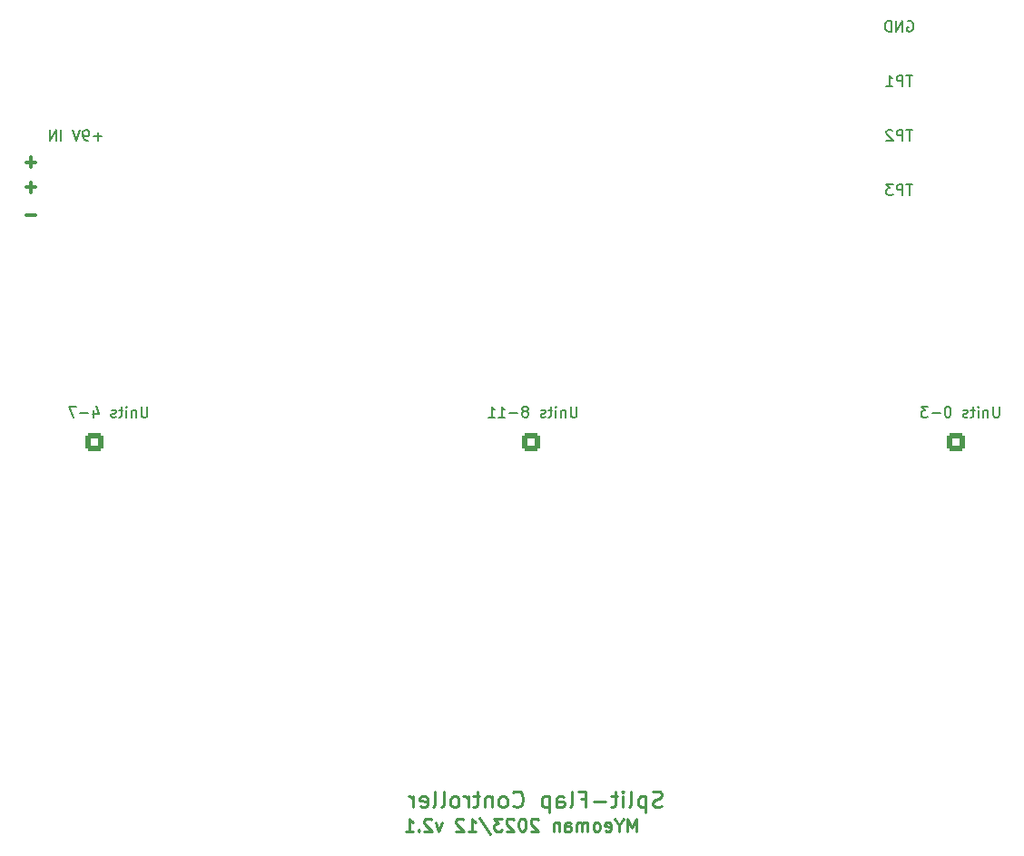
<source format=gbr>
%TF.GenerationSoftware,KiCad,Pcbnew,8.0.0*%
%TF.CreationDate,2024-03-11T16:40:43+11:00*%
%TF.ProjectId,split-flap,73706c69-742d-4666-9c61-702e6b696361,rev?*%
%TF.SameCoordinates,Original*%
%TF.FileFunction,Legend,Bot*%
%TF.FilePolarity,Positive*%
%FSLAX46Y46*%
G04 Gerber Fmt 4.6, Leading zero omitted, Abs format (unit mm)*
G04 Created by KiCad (PCBNEW 8.0.0) date 2024-03-11 16:40:43*
%MOMM*%
%LPD*%
G01*
G04 APERTURE LIST*
G04 Aperture macros list*
%AMRoundRect*
0 Rectangle with rounded corners*
0 $1 Rounding radius*
0 $2 $3 $4 $5 $6 $7 $8 $9 X,Y pos of 4 corners*
0 Add a 4 corners polygon primitive as box body*
4,1,4,$2,$3,$4,$5,$6,$7,$8,$9,$2,$3,0*
0 Add four circle primitives for the rounded corners*
1,1,$1+$1,$2,$3*
1,1,$1+$1,$4,$5*
1,1,$1+$1,$6,$7*
1,1,$1+$1,$8,$9*
0 Add four rect primitives between the rounded corners*
20,1,$1+$1,$2,$3,$4,$5,0*
20,1,$1+$1,$4,$5,$6,$7,0*
20,1,$1+$1,$6,$7,$8,$9,0*
20,1,$1+$1,$8,$9,$2,$3,0*%
G04 Aperture macros list end*
%ADD10C,0.300000*%
%ADD11C,0.250000*%
%ADD12C,0.150000*%
%ADD13C,1.600000*%
%ADD14O,1.600000X1.600000*%
%ADD15R,1.700000X1.700000*%
%ADD16O,1.700000X1.700000*%
%ADD17C,6.400000*%
%ADD18RoundRect,0.250000X-0.600000X-0.600000X0.600000X-0.600000X0.600000X0.600000X-0.600000X0.600000X0*%
%ADD19C,1.700000*%
%ADD20R,2.100000X2.100000*%
%ADD21C,2.100000*%
%ADD22R,2.000000X1.200000*%
%ADD23O,2.000000X1.200000*%
%ADD24R,1.600000X1.600000*%
%ADD25C,2.020000*%
%ADD26R,2.000000X2.000000*%
%ADD27C,2.000000*%
G04 APERTURE END LIST*
D10*
X110731917Y-69655400D02*
X109817632Y-69655400D01*
X110731917Y-67055400D02*
X109817632Y-67055400D01*
X110274774Y-67512542D02*
X110274774Y-66598257D01*
D11*
X166724812Y-127115142D02*
X166724812Y-125915142D01*
X166724812Y-125915142D02*
X166324812Y-126772285D01*
X166324812Y-126772285D02*
X165924812Y-125915142D01*
X165924812Y-125915142D02*
X165924812Y-127115142D01*
X165124812Y-126543714D02*
X165124812Y-127115142D01*
X165524812Y-125915142D02*
X165124812Y-126543714D01*
X165124812Y-126543714D02*
X164724812Y-125915142D01*
X163867669Y-127058000D02*
X163981955Y-127115142D01*
X163981955Y-127115142D02*
X164210527Y-127115142D01*
X164210527Y-127115142D02*
X164324812Y-127058000D01*
X164324812Y-127058000D02*
X164381955Y-126943714D01*
X164381955Y-126943714D02*
X164381955Y-126486571D01*
X164381955Y-126486571D02*
X164324812Y-126372285D01*
X164324812Y-126372285D02*
X164210527Y-126315142D01*
X164210527Y-126315142D02*
X163981955Y-126315142D01*
X163981955Y-126315142D02*
X163867669Y-126372285D01*
X163867669Y-126372285D02*
X163810527Y-126486571D01*
X163810527Y-126486571D02*
X163810527Y-126600857D01*
X163810527Y-126600857D02*
X164381955Y-126715142D01*
X163124813Y-127115142D02*
X163239098Y-127058000D01*
X163239098Y-127058000D02*
X163296241Y-127000857D01*
X163296241Y-127000857D02*
X163353384Y-126886571D01*
X163353384Y-126886571D02*
X163353384Y-126543714D01*
X163353384Y-126543714D02*
X163296241Y-126429428D01*
X163296241Y-126429428D02*
X163239098Y-126372285D01*
X163239098Y-126372285D02*
X163124813Y-126315142D01*
X163124813Y-126315142D02*
X162953384Y-126315142D01*
X162953384Y-126315142D02*
X162839098Y-126372285D01*
X162839098Y-126372285D02*
X162781956Y-126429428D01*
X162781956Y-126429428D02*
X162724813Y-126543714D01*
X162724813Y-126543714D02*
X162724813Y-126886571D01*
X162724813Y-126886571D02*
X162781956Y-127000857D01*
X162781956Y-127000857D02*
X162839098Y-127058000D01*
X162839098Y-127058000D02*
X162953384Y-127115142D01*
X162953384Y-127115142D02*
X163124813Y-127115142D01*
X162210527Y-127115142D02*
X162210527Y-126315142D01*
X162210527Y-126429428D02*
X162153384Y-126372285D01*
X162153384Y-126372285D02*
X162039099Y-126315142D01*
X162039099Y-126315142D02*
X161867670Y-126315142D01*
X161867670Y-126315142D02*
X161753384Y-126372285D01*
X161753384Y-126372285D02*
X161696242Y-126486571D01*
X161696242Y-126486571D02*
X161696242Y-127115142D01*
X161696242Y-126486571D02*
X161639099Y-126372285D01*
X161639099Y-126372285D02*
X161524813Y-126315142D01*
X161524813Y-126315142D02*
X161353384Y-126315142D01*
X161353384Y-126315142D02*
X161239099Y-126372285D01*
X161239099Y-126372285D02*
X161181956Y-126486571D01*
X161181956Y-126486571D02*
X161181956Y-127115142D01*
X160096242Y-127115142D02*
X160096242Y-126486571D01*
X160096242Y-126486571D02*
X160153384Y-126372285D01*
X160153384Y-126372285D02*
X160267670Y-126315142D01*
X160267670Y-126315142D02*
X160496242Y-126315142D01*
X160496242Y-126315142D02*
X160610527Y-126372285D01*
X160096242Y-127058000D02*
X160210527Y-127115142D01*
X160210527Y-127115142D02*
X160496242Y-127115142D01*
X160496242Y-127115142D02*
X160610527Y-127058000D01*
X160610527Y-127058000D02*
X160667670Y-126943714D01*
X160667670Y-126943714D02*
X160667670Y-126829428D01*
X160667670Y-126829428D02*
X160610527Y-126715142D01*
X160610527Y-126715142D02*
X160496242Y-126658000D01*
X160496242Y-126658000D02*
X160210527Y-126658000D01*
X160210527Y-126658000D02*
X160096242Y-126600857D01*
X159524813Y-126315142D02*
X159524813Y-127115142D01*
X159524813Y-126429428D02*
X159467670Y-126372285D01*
X159467670Y-126372285D02*
X159353385Y-126315142D01*
X159353385Y-126315142D02*
X159181956Y-126315142D01*
X159181956Y-126315142D02*
X159067670Y-126372285D01*
X159067670Y-126372285D02*
X159010528Y-126486571D01*
X159010528Y-126486571D02*
X159010528Y-127115142D01*
X157581956Y-126029428D02*
X157524813Y-125972285D01*
X157524813Y-125972285D02*
X157410528Y-125915142D01*
X157410528Y-125915142D02*
X157124813Y-125915142D01*
X157124813Y-125915142D02*
X157010528Y-125972285D01*
X157010528Y-125972285D02*
X156953385Y-126029428D01*
X156953385Y-126029428D02*
X156896242Y-126143714D01*
X156896242Y-126143714D02*
X156896242Y-126258000D01*
X156896242Y-126258000D02*
X156953385Y-126429428D01*
X156953385Y-126429428D02*
X157639099Y-127115142D01*
X157639099Y-127115142D02*
X156896242Y-127115142D01*
X156153385Y-125915142D02*
X156039099Y-125915142D01*
X156039099Y-125915142D02*
X155924813Y-125972285D01*
X155924813Y-125972285D02*
X155867671Y-126029428D01*
X155867671Y-126029428D02*
X155810528Y-126143714D01*
X155810528Y-126143714D02*
X155753385Y-126372285D01*
X155753385Y-126372285D02*
X155753385Y-126658000D01*
X155753385Y-126658000D02*
X155810528Y-126886571D01*
X155810528Y-126886571D02*
X155867671Y-127000857D01*
X155867671Y-127000857D02*
X155924813Y-127058000D01*
X155924813Y-127058000D02*
X156039099Y-127115142D01*
X156039099Y-127115142D02*
X156153385Y-127115142D01*
X156153385Y-127115142D02*
X156267671Y-127058000D01*
X156267671Y-127058000D02*
X156324813Y-127000857D01*
X156324813Y-127000857D02*
X156381956Y-126886571D01*
X156381956Y-126886571D02*
X156439099Y-126658000D01*
X156439099Y-126658000D02*
X156439099Y-126372285D01*
X156439099Y-126372285D02*
X156381956Y-126143714D01*
X156381956Y-126143714D02*
X156324813Y-126029428D01*
X156324813Y-126029428D02*
X156267671Y-125972285D01*
X156267671Y-125972285D02*
X156153385Y-125915142D01*
X155296242Y-126029428D02*
X155239099Y-125972285D01*
X155239099Y-125972285D02*
X155124814Y-125915142D01*
X155124814Y-125915142D02*
X154839099Y-125915142D01*
X154839099Y-125915142D02*
X154724814Y-125972285D01*
X154724814Y-125972285D02*
X154667671Y-126029428D01*
X154667671Y-126029428D02*
X154610528Y-126143714D01*
X154610528Y-126143714D02*
X154610528Y-126258000D01*
X154610528Y-126258000D02*
X154667671Y-126429428D01*
X154667671Y-126429428D02*
X155353385Y-127115142D01*
X155353385Y-127115142D02*
X154610528Y-127115142D01*
X154210528Y-125915142D02*
X153467671Y-125915142D01*
X153467671Y-125915142D02*
X153867671Y-126372285D01*
X153867671Y-126372285D02*
X153696242Y-126372285D01*
X153696242Y-126372285D02*
X153581957Y-126429428D01*
X153581957Y-126429428D02*
X153524814Y-126486571D01*
X153524814Y-126486571D02*
X153467671Y-126600857D01*
X153467671Y-126600857D02*
X153467671Y-126886571D01*
X153467671Y-126886571D02*
X153524814Y-127000857D01*
X153524814Y-127000857D02*
X153581957Y-127058000D01*
X153581957Y-127058000D02*
X153696242Y-127115142D01*
X153696242Y-127115142D02*
X154039099Y-127115142D01*
X154039099Y-127115142D02*
X154153385Y-127058000D01*
X154153385Y-127058000D02*
X154210528Y-127000857D01*
X152096242Y-125858000D02*
X153124814Y-127400857D01*
X151067671Y-127115142D02*
X151753385Y-127115142D01*
X151410528Y-127115142D02*
X151410528Y-125915142D01*
X151410528Y-125915142D02*
X151524814Y-126086571D01*
X151524814Y-126086571D02*
X151639099Y-126200857D01*
X151639099Y-126200857D02*
X151753385Y-126258000D01*
X150610528Y-126029428D02*
X150553385Y-125972285D01*
X150553385Y-125972285D02*
X150439100Y-125915142D01*
X150439100Y-125915142D02*
X150153385Y-125915142D01*
X150153385Y-125915142D02*
X150039100Y-125972285D01*
X150039100Y-125972285D02*
X149981957Y-126029428D01*
X149981957Y-126029428D02*
X149924814Y-126143714D01*
X149924814Y-126143714D02*
X149924814Y-126258000D01*
X149924814Y-126258000D02*
X149981957Y-126429428D01*
X149981957Y-126429428D02*
X150667671Y-127115142D01*
X150667671Y-127115142D02*
X149924814Y-127115142D01*
X148610528Y-126315142D02*
X148324814Y-127115142D01*
X148324814Y-127115142D02*
X148039099Y-126315142D01*
X147639099Y-126029428D02*
X147581956Y-125972285D01*
X147581956Y-125972285D02*
X147467671Y-125915142D01*
X147467671Y-125915142D02*
X147181956Y-125915142D01*
X147181956Y-125915142D02*
X147067671Y-125972285D01*
X147067671Y-125972285D02*
X147010528Y-126029428D01*
X147010528Y-126029428D02*
X146953385Y-126143714D01*
X146953385Y-126143714D02*
X146953385Y-126258000D01*
X146953385Y-126258000D02*
X147010528Y-126429428D01*
X147010528Y-126429428D02*
X147696242Y-127115142D01*
X147696242Y-127115142D02*
X146953385Y-127115142D01*
X146439099Y-127000857D02*
X146381956Y-127058000D01*
X146381956Y-127058000D02*
X146439099Y-127115142D01*
X146439099Y-127115142D02*
X146496242Y-127058000D01*
X146496242Y-127058000D02*
X146439099Y-127000857D01*
X146439099Y-127000857D02*
X146439099Y-127115142D01*
X145239099Y-127115142D02*
X145924813Y-127115142D01*
X145581956Y-127115142D02*
X145581956Y-125915142D01*
X145581956Y-125915142D02*
X145696242Y-126086571D01*
X145696242Y-126086571D02*
X145810527Y-126200857D01*
X145810527Y-126200857D02*
X145924813Y-126258000D01*
D12*
X161195237Y-87504819D02*
X161195237Y-88314342D01*
X161195237Y-88314342D02*
X161147618Y-88409580D01*
X161147618Y-88409580D02*
X161099999Y-88457200D01*
X161099999Y-88457200D02*
X161004761Y-88504819D01*
X161004761Y-88504819D02*
X160814285Y-88504819D01*
X160814285Y-88504819D02*
X160719047Y-88457200D01*
X160719047Y-88457200D02*
X160671428Y-88409580D01*
X160671428Y-88409580D02*
X160623809Y-88314342D01*
X160623809Y-88314342D02*
X160623809Y-87504819D01*
X160147618Y-87838152D02*
X160147618Y-88504819D01*
X160147618Y-87933390D02*
X160099999Y-87885771D01*
X160099999Y-87885771D02*
X160004761Y-87838152D01*
X160004761Y-87838152D02*
X159861904Y-87838152D01*
X159861904Y-87838152D02*
X159766666Y-87885771D01*
X159766666Y-87885771D02*
X159719047Y-87981009D01*
X159719047Y-87981009D02*
X159719047Y-88504819D01*
X159242856Y-88504819D02*
X159242856Y-87838152D01*
X159242856Y-87504819D02*
X159290475Y-87552438D01*
X159290475Y-87552438D02*
X159242856Y-87600057D01*
X159242856Y-87600057D02*
X159195237Y-87552438D01*
X159195237Y-87552438D02*
X159242856Y-87504819D01*
X159242856Y-87504819D02*
X159242856Y-87600057D01*
X158909523Y-87838152D02*
X158528571Y-87838152D01*
X158766666Y-87504819D02*
X158766666Y-88361961D01*
X158766666Y-88361961D02*
X158719047Y-88457200D01*
X158719047Y-88457200D02*
X158623809Y-88504819D01*
X158623809Y-88504819D02*
X158528571Y-88504819D01*
X158242856Y-88457200D02*
X158147618Y-88504819D01*
X158147618Y-88504819D02*
X157957142Y-88504819D01*
X157957142Y-88504819D02*
X157861904Y-88457200D01*
X157861904Y-88457200D02*
X157814285Y-88361961D01*
X157814285Y-88361961D02*
X157814285Y-88314342D01*
X157814285Y-88314342D02*
X157861904Y-88219104D01*
X157861904Y-88219104D02*
X157957142Y-88171485D01*
X157957142Y-88171485D02*
X158099999Y-88171485D01*
X158099999Y-88171485D02*
X158195237Y-88123866D01*
X158195237Y-88123866D02*
X158242856Y-88028628D01*
X158242856Y-88028628D02*
X158242856Y-87981009D01*
X158242856Y-87981009D02*
X158195237Y-87885771D01*
X158195237Y-87885771D02*
X158099999Y-87838152D01*
X158099999Y-87838152D02*
X157957142Y-87838152D01*
X157957142Y-87838152D02*
X157861904Y-87885771D01*
X156480951Y-87933390D02*
X156576189Y-87885771D01*
X156576189Y-87885771D02*
X156623808Y-87838152D01*
X156623808Y-87838152D02*
X156671427Y-87742914D01*
X156671427Y-87742914D02*
X156671427Y-87695295D01*
X156671427Y-87695295D02*
X156623808Y-87600057D01*
X156623808Y-87600057D02*
X156576189Y-87552438D01*
X156576189Y-87552438D02*
X156480951Y-87504819D01*
X156480951Y-87504819D02*
X156290475Y-87504819D01*
X156290475Y-87504819D02*
X156195237Y-87552438D01*
X156195237Y-87552438D02*
X156147618Y-87600057D01*
X156147618Y-87600057D02*
X156099999Y-87695295D01*
X156099999Y-87695295D02*
X156099999Y-87742914D01*
X156099999Y-87742914D02*
X156147618Y-87838152D01*
X156147618Y-87838152D02*
X156195237Y-87885771D01*
X156195237Y-87885771D02*
X156290475Y-87933390D01*
X156290475Y-87933390D02*
X156480951Y-87933390D01*
X156480951Y-87933390D02*
X156576189Y-87981009D01*
X156576189Y-87981009D02*
X156623808Y-88028628D01*
X156623808Y-88028628D02*
X156671427Y-88123866D01*
X156671427Y-88123866D02*
X156671427Y-88314342D01*
X156671427Y-88314342D02*
X156623808Y-88409580D01*
X156623808Y-88409580D02*
X156576189Y-88457200D01*
X156576189Y-88457200D02*
X156480951Y-88504819D01*
X156480951Y-88504819D02*
X156290475Y-88504819D01*
X156290475Y-88504819D02*
X156195237Y-88457200D01*
X156195237Y-88457200D02*
X156147618Y-88409580D01*
X156147618Y-88409580D02*
X156099999Y-88314342D01*
X156099999Y-88314342D02*
X156099999Y-88123866D01*
X156099999Y-88123866D02*
X156147618Y-88028628D01*
X156147618Y-88028628D02*
X156195237Y-87981009D01*
X156195237Y-87981009D02*
X156290475Y-87933390D01*
X155671427Y-88123866D02*
X154909523Y-88123866D01*
X153909523Y-88504819D02*
X154480951Y-88504819D01*
X154195237Y-88504819D02*
X154195237Y-87504819D01*
X154195237Y-87504819D02*
X154290475Y-87647676D01*
X154290475Y-87647676D02*
X154385713Y-87742914D01*
X154385713Y-87742914D02*
X154480951Y-87790533D01*
X152957142Y-88504819D02*
X153528570Y-88504819D01*
X153242856Y-88504819D02*
X153242856Y-87504819D01*
X153242856Y-87504819D02*
X153338094Y-87647676D01*
X153338094Y-87647676D02*
X153433332Y-87742914D01*
X153433332Y-87742914D02*
X153528570Y-87790533D01*
X121144047Y-87504819D02*
X121144047Y-88314342D01*
X121144047Y-88314342D02*
X121096428Y-88409580D01*
X121096428Y-88409580D02*
X121048809Y-88457200D01*
X121048809Y-88457200D02*
X120953571Y-88504819D01*
X120953571Y-88504819D02*
X120763095Y-88504819D01*
X120763095Y-88504819D02*
X120667857Y-88457200D01*
X120667857Y-88457200D02*
X120620238Y-88409580D01*
X120620238Y-88409580D02*
X120572619Y-88314342D01*
X120572619Y-88314342D02*
X120572619Y-87504819D01*
X120096428Y-87838152D02*
X120096428Y-88504819D01*
X120096428Y-87933390D02*
X120048809Y-87885771D01*
X120048809Y-87885771D02*
X119953571Y-87838152D01*
X119953571Y-87838152D02*
X119810714Y-87838152D01*
X119810714Y-87838152D02*
X119715476Y-87885771D01*
X119715476Y-87885771D02*
X119667857Y-87981009D01*
X119667857Y-87981009D02*
X119667857Y-88504819D01*
X119191666Y-88504819D02*
X119191666Y-87838152D01*
X119191666Y-87504819D02*
X119239285Y-87552438D01*
X119239285Y-87552438D02*
X119191666Y-87600057D01*
X119191666Y-87600057D02*
X119144047Y-87552438D01*
X119144047Y-87552438D02*
X119191666Y-87504819D01*
X119191666Y-87504819D02*
X119191666Y-87600057D01*
X118858333Y-87838152D02*
X118477381Y-87838152D01*
X118715476Y-87504819D02*
X118715476Y-88361961D01*
X118715476Y-88361961D02*
X118667857Y-88457200D01*
X118667857Y-88457200D02*
X118572619Y-88504819D01*
X118572619Y-88504819D02*
X118477381Y-88504819D01*
X118191666Y-88457200D02*
X118096428Y-88504819D01*
X118096428Y-88504819D02*
X117905952Y-88504819D01*
X117905952Y-88504819D02*
X117810714Y-88457200D01*
X117810714Y-88457200D02*
X117763095Y-88361961D01*
X117763095Y-88361961D02*
X117763095Y-88314342D01*
X117763095Y-88314342D02*
X117810714Y-88219104D01*
X117810714Y-88219104D02*
X117905952Y-88171485D01*
X117905952Y-88171485D02*
X118048809Y-88171485D01*
X118048809Y-88171485D02*
X118144047Y-88123866D01*
X118144047Y-88123866D02*
X118191666Y-88028628D01*
X118191666Y-88028628D02*
X118191666Y-87981009D01*
X118191666Y-87981009D02*
X118144047Y-87885771D01*
X118144047Y-87885771D02*
X118048809Y-87838152D01*
X118048809Y-87838152D02*
X117905952Y-87838152D01*
X117905952Y-87838152D02*
X117810714Y-87885771D01*
X116144047Y-87838152D02*
X116144047Y-88504819D01*
X116382142Y-87457200D02*
X116620237Y-88171485D01*
X116620237Y-88171485D02*
X116001190Y-88171485D01*
X115620237Y-88123866D02*
X114858333Y-88123866D01*
X114477380Y-87504819D02*
X113810714Y-87504819D01*
X113810714Y-87504819D02*
X114239285Y-88504819D01*
X116893570Y-62323866D02*
X116131666Y-62323866D01*
X116512618Y-62704819D02*
X116512618Y-61942914D01*
X115607856Y-62704819D02*
X115417380Y-62704819D01*
X115417380Y-62704819D02*
X115322142Y-62657200D01*
X115322142Y-62657200D02*
X115274523Y-62609580D01*
X115274523Y-62609580D02*
X115179285Y-62466723D01*
X115179285Y-62466723D02*
X115131666Y-62276247D01*
X115131666Y-62276247D02*
X115131666Y-61895295D01*
X115131666Y-61895295D02*
X115179285Y-61800057D01*
X115179285Y-61800057D02*
X115226904Y-61752438D01*
X115226904Y-61752438D02*
X115322142Y-61704819D01*
X115322142Y-61704819D02*
X115512618Y-61704819D01*
X115512618Y-61704819D02*
X115607856Y-61752438D01*
X115607856Y-61752438D02*
X115655475Y-61800057D01*
X115655475Y-61800057D02*
X115703094Y-61895295D01*
X115703094Y-61895295D02*
X115703094Y-62133390D01*
X115703094Y-62133390D02*
X115655475Y-62228628D01*
X115655475Y-62228628D02*
X115607856Y-62276247D01*
X115607856Y-62276247D02*
X115512618Y-62323866D01*
X115512618Y-62323866D02*
X115322142Y-62323866D01*
X115322142Y-62323866D02*
X115226904Y-62276247D01*
X115226904Y-62276247D02*
X115179285Y-62228628D01*
X115179285Y-62228628D02*
X115131666Y-62133390D01*
X114845951Y-61704819D02*
X114512618Y-62704819D01*
X114512618Y-62704819D02*
X114179285Y-61704819D01*
X113084046Y-62704819D02*
X113084046Y-61704819D01*
X112607856Y-62704819D02*
X112607856Y-61704819D01*
X112607856Y-61704819D02*
X112036428Y-62704819D01*
X112036428Y-62704819D02*
X112036428Y-61704819D01*
D11*
X169113383Y-124807000D02*
X168899098Y-124878428D01*
X168899098Y-124878428D02*
X168541955Y-124878428D01*
X168541955Y-124878428D02*
X168399098Y-124807000D01*
X168399098Y-124807000D02*
X168327669Y-124735571D01*
X168327669Y-124735571D02*
X168256240Y-124592714D01*
X168256240Y-124592714D02*
X168256240Y-124449857D01*
X168256240Y-124449857D02*
X168327669Y-124307000D01*
X168327669Y-124307000D02*
X168399098Y-124235571D01*
X168399098Y-124235571D02*
X168541955Y-124164142D01*
X168541955Y-124164142D02*
X168827669Y-124092714D01*
X168827669Y-124092714D02*
X168970526Y-124021285D01*
X168970526Y-124021285D02*
X169041955Y-123949857D01*
X169041955Y-123949857D02*
X169113383Y-123807000D01*
X169113383Y-123807000D02*
X169113383Y-123664142D01*
X169113383Y-123664142D02*
X169041955Y-123521285D01*
X169041955Y-123521285D02*
X168970526Y-123449857D01*
X168970526Y-123449857D02*
X168827669Y-123378428D01*
X168827669Y-123378428D02*
X168470526Y-123378428D01*
X168470526Y-123378428D02*
X168256240Y-123449857D01*
X167613384Y-123878428D02*
X167613384Y-125378428D01*
X167613384Y-123949857D02*
X167470527Y-123878428D01*
X167470527Y-123878428D02*
X167184812Y-123878428D01*
X167184812Y-123878428D02*
X167041955Y-123949857D01*
X167041955Y-123949857D02*
X166970527Y-124021285D01*
X166970527Y-124021285D02*
X166899098Y-124164142D01*
X166899098Y-124164142D02*
X166899098Y-124592714D01*
X166899098Y-124592714D02*
X166970527Y-124735571D01*
X166970527Y-124735571D02*
X167041955Y-124807000D01*
X167041955Y-124807000D02*
X167184812Y-124878428D01*
X167184812Y-124878428D02*
X167470527Y-124878428D01*
X167470527Y-124878428D02*
X167613384Y-124807000D01*
X166041955Y-124878428D02*
X166184812Y-124807000D01*
X166184812Y-124807000D02*
X166256241Y-124664142D01*
X166256241Y-124664142D02*
X166256241Y-123378428D01*
X165470527Y-124878428D02*
X165470527Y-123878428D01*
X165470527Y-123378428D02*
X165541955Y-123449857D01*
X165541955Y-123449857D02*
X165470527Y-123521285D01*
X165470527Y-123521285D02*
X165399098Y-123449857D01*
X165399098Y-123449857D02*
X165470527Y-123378428D01*
X165470527Y-123378428D02*
X165470527Y-123521285D01*
X164970526Y-123878428D02*
X164399098Y-123878428D01*
X164756241Y-123378428D02*
X164756241Y-124664142D01*
X164756241Y-124664142D02*
X164684812Y-124807000D01*
X164684812Y-124807000D02*
X164541955Y-124878428D01*
X164541955Y-124878428D02*
X164399098Y-124878428D01*
X163899098Y-124307000D02*
X162756241Y-124307000D01*
X161541955Y-124092714D02*
X162041955Y-124092714D01*
X162041955Y-124878428D02*
X162041955Y-123378428D01*
X162041955Y-123378428D02*
X161327669Y-123378428D01*
X160541955Y-124878428D02*
X160684812Y-124807000D01*
X160684812Y-124807000D02*
X160756241Y-124664142D01*
X160756241Y-124664142D02*
X160756241Y-123378428D01*
X159327670Y-124878428D02*
X159327670Y-124092714D01*
X159327670Y-124092714D02*
X159399098Y-123949857D01*
X159399098Y-123949857D02*
X159541955Y-123878428D01*
X159541955Y-123878428D02*
X159827670Y-123878428D01*
X159827670Y-123878428D02*
X159970527Y-123949857D01*
X159327670Y-124807000D02*
X159470527Y-124878428D01*
X159470527Y-124878428D02*
X159827670Y-124878428D01*
X159827670Y-124878428D02*
X159970527Y-124807000D01*
X159970527Y-124807000D02*
X160041955Y-124664142D01*
X160041955Y-124664142D02*
X160041955Y-124521285D01*
X160041955Y-124521285D02*
X159970527Y-124378428D01*
X159970527Y-124378428D02*
X159827670Y-124307000D01*
X159827670Y-124307000D02*
X159470527Y-124307000D01*
X159470527Y-124307000D02*
X159327670Y-124235571D01*
X158613384Y-123878428D02*
X158613384Y-125378428D01*
X158613384Y-123949857D02*
X158470527Y-123878428D01*
X158470527Y-123878428D02*
X158184812Y-123878428D01*
X158184812Y-123878428D02*
X158041955Y-123949857D01*
X158041955Y-123949857D02*
X157970527Y-124021285D01*
X157970527Y-124021285D02*
X157899098Y-124164142D01*
X157899098Y-124164142D02*
X157899098Y-124592714D01*
X157899098Y-124592714D02*
X157970527Y-124735571D01*
X157970527Y-124735571D02*
X158041955Y-124807000D01*
X158041955Y-124807000D02*
X158184812Y-124878428D01*
X158184812Y-124878428D02*
X158470527Y-124878428D01*
X158470527Y-124878428D02*
X158613384Y-124807000D01*
X155256241Y-124735571D02*
X155327669Y-124807000D01*
X155327669Y-124807000D02*
X155541955Y-124878428D01*
X155541955Y-124878428D02*
X155684812Y-124878428D01*
X155684812Y-124878428D02*
X155899098Y-124807000D01*
X155899098Y-124807000D02*
X156041955Y-124664142D01*
X156041955Y-124664142D02*
X156113384Y-124521285D01*
X156113384Y-124521285D02*
X156184812Y-124235571D01*
X156184812Y-124235571D02*
X156184812Y-124021285D01*
X156184812Y-124021285D02*
X156113384Y-123735571D01*
X156113384Y-123735571D02*
X156041955Y-123592714D01*
X156041955Y-123592714D02*
X155899098Y-123449857D01*
X155899098Y-123449857D02*
X155684812Y-123378428D01*
X155684812Y-123378428D02*
X155541955Y-123378428D01*
X155541955Y-123378428D02*
X155327669Y-123449857D01*
X155327669Y-123449857D02*
X155256241Y-123521285D01*
X154399098Y-124878428D02*
X154541955Y-124807000D01*
X154541955Y-124807000D02*
X154613384Y-124735571D01*
X154613384Y-124735571D02*
X154684812Y-124592714D01*
X154684812Y-124592714D02*
X154684812Y-124164142D01*
X154684812Y-124164142D02*
X154613384Y-124021285D01*
X154613384Y-124021285D02*
X154541955Y-123949857D01*
X154541955Y-123949857D02*
X154399098Y-123878428D01*
X154399098Y-123878428D02*
X154184812Y-123878428D01*
X154184812Y-123878428D02*
X154041955Y-123949857D01*
X154041955Y-123949857D02*
X153970527Y-124021285D01*
X153970527Y-124021285D02*
X153899098Y-124164142D01*
X153899098Y-124164142D02*
X153899098Y-124592714D01*
X153899098Y-124592714D02*
X153970527Y-124735571D01*
X153970527Y-124735571D02*
X154041955Y-124807000D01*
X154041955Y-124807000D02*
X154184812Y-124878428D01*
X154184812Y-124878428D02*
X154399098Y-124878428D01*
X153256241Y-123878428D02*
X153256241Y-124878428D01*
X153256241Y-124021285D02*
X153184812Y-123949857D01*
X153184812Y-123949857D02*
X153041955Y-123878428D01*
X153041955Y-123878428D02*
X152827669Y-123878428D01*
X152827669Y-123878428D02*
X152684812Y-123949857D01*
X152684812Y-123949857D02*
X152613384Y-124092714D01*
X152613384Y-124092714D02*
X152613384Y-124878428D01*
X152113383Y-123878428D02*
X151541955Y-123878428D01*
X151899098Y-123378428D02*
X151899098Y-124664142D01*
X151899098Y-124664142D02*
X151827669Y-124807000D01*
X151827669Y-124807000D02*
X151684812Y-124878428D01*
X151684812Y-124878428D02*
X151541955Y-124878428D01*
X151041955Y-124878428D02*
X151041955Y-123878428D01*
X151041955Y-124164142D02*
X150970526Y-124021285D01*
X150970526Y-124021285D02*
X150899098Y-123949857D01*
X150899098Y-123949857D02*
X150756240Y-123878428D01*
X150756240Y-123878428D02*
X150613383Y-123878428D01*
X149899098Y-124878428D02*
X150041955Y-124807000D01*
X150041955Y-124807000D02*
X150113384Y-124735571D01*
X150113384Y-124735571D02*
X150184812Y-124592714D01*
X150184812Y-124592714D02*
X150184812Y-124164142D01*
X150184812Y-124164142D02*
X150113384Y-124021285D01*
X150113384Y-124021285D02*
X150041955Y-123949857D01*
X150041955Y-123949857D02*
X149899098Y-123878428D01*
X149899098Y-123878428D02*
X149684812Y-123878428D01*
X149684812Y-123878428D02*
X149541955Y-123949857D01*
X149541955Y-123949857D02*
X149470527Y-124021285D01*
X149470527Y-124021285D02*
X149399098Y-124164142D01*
X149399098Y-124164142D02*
X149399098Y-124592714D01*
X149399098Y-124592714D02*
X149470527Y-124735571D01*
X149470527Y-124735571D02*
X149541955Y-124807000D01*
X149541955Y-124807000D02*
X149684812Y-124878428D01*
X149684812Y-124878428D02*
X149899098Y-124878428D01*
X148541955Y-124878428D02*
X148684812Y-124807000D01*
X148684812Y-124807000D02*
X148756241Y-124664142D01*
X148756241Y-124664142D02*
X148756241Y-123378428D01*
X147756241Y-124878428D02*
X147899098Y-124807000D01*
X147899098Y-124807000D02*
X147970527Y-124664142D01*
X147970527Y-124664142D02*
X147970527Y-123378428D01*
X146613384Y-124807000D02*
X146756241Y-124878428D01*
X146756241Y-124878428D02*
X147041956Y-124878428D01*
X147041956Y-124878428D02*
X147184813Y-124807000D01*
X147184813Y-124807000D02*
X147256241Y-124664142D01*
X147256241Y-124664142D02*
X147256241Y-124092714D01*
X147256241Y-124092714D02*
X147184813Y-123949857D01*
X147184813Y-123949857D02*
X147041956Y-123878428D01*
X147041956Y-123878428D02*
X146756241Y-123878428D01*
X146756241Y-123878428D02*
X146613384Y-123949857D01*
X146613384Y-123949857D02*
X146541956Y-124092714D01*
X146541956Y-124092714D02*
X146541956Y-124235571D01*
X146541956Y-124235571D02*
X147256241Y-124378428D01*
X145899099Y-124878428D02*
X145899099Y-123878428D01*
X145899099Y-124164142D02*
X145827670Y-124021285D01*
X145827670Y-124021285D02*
X145756242Y-123949857D01*
X145756242Y-123949857D02*
X145613384Y-123878428D01*
X145613384Y-123878428D02*
X145470527Y-123878428D01*
D10*
X110731917Y-64705400D02*
X109817632Y-64705400D01*
X110274774Y-65162542D02*
X110274774Y-64248257D01*
D12*
X192486904Y-61694819D02*
X191915476Y-61694819D01*
X192201190Y-62694819D02*
X192201190Y-61694819D01*
X191582142Y-62694819D02*
X191582142Y-61694819D01*
X191582142Y-61694819D02*
X191201190Y-61694819D01*
X191201190Y-61694819D02*
X191105952Y-61742438D01*
X191105952Y-61742438D02*
X191058333Y-61790057D01*
X191058333Y-61790057D02*
X191010714Y-61885295D01*
X191010714Y-61885295D02*
X191010714Y-62028152D01*
X191010714Y-62028152D02*
X191058333Y-62123390D01*
X191058333Y-62123390D02*
X191105952Y-62171009D01*
X191105952Y-62171009D02*
X191201190Y-62218628D01*
X191201190Y-62218628D02*
X191582142Y-62218628D01*
X190629761Y-61790057D02*
X190582142Y-61742438D01*
X190582142Y-61742438D02*
X190486904Y-61694819D01*
X190486904Y-61694819D02*
X190248809Y-61694819D01*
X190248809Y-61694819D02*
X190153571Y-61742438D01*
X190153571Y-61742438D02*
X190105952Y-61790057D01*
X190105952Y-61790057D02*
X190058333Y-61885295D01*
X190058333Y-61885295D02*
X190058333Y-61980533D01*
X190058333Y-61980533D02*
X190105952Y-62123390D01*
X190105952Y-62123390D02*
X190677380Y-62694819D01*
X190677380Y-62694819D02*
X190058333Y-62694819D01*
X192026904Y-51567438D02*
X192122142Y-51519819D01*
X192122142Y-51519819D02*
X192264999Y-51519819D01*
X192264999Y-51519819D02*
X192407856Y-51567438D01*
X192407856Y-51567438D02*
X192503094Y-51662676D01*
X192503094Y-51662676D02*
X192550713Y-51757914D01*
X192550713Y-51757914D02*
X192598332Y-51948390D01*
X192598332Y-51948390D02*
X192598332Y-52091247D01*
X192598332Y-52091247D02*
X192550713Y-52281723D01*
X192550713Y-52281723D02*
X192503094Y-52376961D01*
X192503094Y-52376961D02*
X192407856Y-52472200D01*
X192407856Y-52472200D02*
X192264999Y-52519819D01*
X192264999Y-52519819D02*
X192169761Y-52519819D01*
X192169761Y-52519819D02*
X192026904Y-52472200D01*
X192026904Y-52472200D02*
X191979285Y-52424580D01*
X191979285Y-52424580D02*
X191979285Y-52091247D01*
X191979285Y-52091247D02*
X192169761Y-52091247D01*
X191550713Y-52519819D02*
X191550713Y-51519819D01*
X191550713Y-51519819D02*
X190979285Y-52519819D01*
X190979285Y-52519819D02*
X190979285Y-51519819D01*
X190503094Y-52519819D02*
X190503094Y-51519819D01*
X190503094Y-51519819D02*
X190264999Y-51519819D01*
X190264999Y-51519819D02*
X190122142Y-51567438D01*
X190122142Y-51567438D02*
X190026904Y-51662676D01*
X190026904Y-51662676D02*
X189979285Y-51757914D01*
X189979285Y-51757914D02*
X189931666Y-51948390D01*
X189931666Y-51948390D02*
X189931666Y-52091247D01*
X189931666Y-52091247D02*
X189979285Y-52281723D01*
X189979285Y-52281723D02*
X190026904Y-52376961D01*
X190026904Y-52376961D02*
X190122142Y-52472200D01*
X190122142Y-52472200D02*
X190264999Y-52519819D01*
X190264999Y-52519819D02*
X190503094Y-52519819D01*
X200594047Y-87504819D02*
X200594047Y-88314342D01*
X200594047Y-88314342D02*
X200546428Y-88409580D01*
X200546428Y-88409580D02*
X200498809Y-88457200D01*
X200498809Y-88457200D02*
X200403571Y-88504819D01*
X200403571Y-88504819D02*
X200213095Y-88504819D01*
X200213095Y-88504819D02*
X200117857Y-88457200D01*
X200117857Y-88457200D02*
X200070238Y-88409580D01*
X200070238Y-88409580D02*
X200022619Y-88314342D01*
X200022619Y-88314342D02*
X200022619Y-87504819D01*
X199546428Y-87838152D02*
X199546428Y-88504819D01*
X199546428Y-87933390D02*
X199498809Y-87885771D01*
X199498809Y-87885771D02*
X199403571Y-87838152D01*
X199403571Y-87838152D02*
X199260714Y-87838152D01*
X199260714Y-87838152D02*
X199165476Y-87885771D01*
X199165476Y-87885771D02*
X199117857Y-87981009D01*
X199117857Y-87981009D02*
X199117857Y-88504819D01*
X198641666Y-88504819D02*
X198641666Y-87838152D01*
X198641666Y-87504819D02*
X198689285Y-87552438D01*
X198689285Y-87552438D02*
X198641666Y-87600057D01*
X198641666Y-87600057D02*
X198594047Y-87552438D01*
X198594047Y-87552438D02*
X198641666Y-87504819D01*
X198641666Y-87504819D02*
X198641666Y-87600057D01*
X198308333Y-87838152D02*
X197927381Y-87838152D01*
X198165476Y-87504819D02*
X198165476Y-88361961D01*
X198165476Y-88361961D02*
X198117857Y-88457200D01*
X198117857Y-88457200D02*
X198022619Y-88504819D01*
X198022619Y-88504819D02*
X197927381Y-88504819D01*
X197641666Y-88457200D02*
X197546428Y-88504819D01*
X197546428Y-88504819D02*
X197355952Y-88504819D01*
X197355952Y-88504819D02*
X197260714Y-88457200D01*
X197260714Y-88457200D02*
X197213095Y-88361961D01*
X197213095Y-88361961D02*
X197213095Y-88314342D01*
X197213095Y-88314342D02*
X197260714Y-88219104D01*
X197260714Y-88219104D02*
X197355952Y-88171485D01*
X197355952Y-88171485D02*
X197498809Y-88171485D01*
X197498809Y-88171485D02*
X197594047Y-88123866D01*
X197594047Y-88123866D02*
X197641666Y-88028628D01*
X197641666Y-88028628D02*
X197641666Y-87981009D01*
X197641666Y-87981009D02*
X197594047Y-87885771D01*
X197594047Y-87885771D02*
X197498809Y-87838152D01*
X197498809Y-87838152D02*
X197355952Y-87838152D01*
X197355952Y-87838152D02*
X197260714Y-87885771D01*
X195832142Y-87504819D02*
X195736904Y-87504819D01*
X195736904Y-87504819D02*
X195641666Y-87552438D01*
X195641666Y-87552438D02*
X195594047Y-87600057D01*
X195594047Y-87600057D02*
X195546428Y-87695295D01*
X195546428Y-87695295D02*
X195498809Y-87885771D01*
X195498809Y-87885771D02*
X195498809Y-88123866D01*
X195498809Y-88123866D02*
X195546428Y-88314342D01*
X195546428Y-88314342D02*
X195594047Y-88409580D01*
X195594047Y-88409580D02*
X195641666Y-88457200D01*
X195641666Y-88457200D02*
X195736904Y-88504819D01*
X195736904Y-88504819D02*
X195832142Y-88504819D01*
X195832142Y-88504819D02*
X195927380Y-88457200D01*
X195927380Y-88457200D02*
X195974999Y-88409580D01*
X195974999Y-88409580D02*
X196022618Y-88314342D01*
X196022618Y-88314342D02*
X196070237Y-88123866D01*
X196070237Y-88123866D02*
X196070237Y-87885771D01*
X196070237Y-87885771D02*
X196022618Y-87695295D01*
X196022618Y-87695295D02*
X195974999Y-87600057D01*
X195974999Y-87600057D02*
X195927380Y-87552438D01*
X195927380Y-87552438D02*
X195832142Y-87504819D01*
X195070237Y-88123866D02*
X194308333Y-88123866D01*
X193927380Y-87504819D02*
X193308333Y-87504819D01*
X193308333Y-87504819D02*
X193641666Y-87885771D01*
X193641666Y-87885771D02*
X193498809Y-87885771D01*
X193498809Y-87885771D02*
X193403571Y-87933390D01*
X193403571Y-87933390D02*
X193355952Y-87981009D01*
X193355952Y-87981009D02*
X193308333Y-88076247D01*
X193308333Y-88076247D02*
X193308333Y-88314342D01*
X193308333Y-88314342D02*
X193355952Y-88409580D01*
X193355952Y-88409580D02*
X193403571Y-88457200D01*
X193403571Y-88457200D02*
X193498809Y-88504819D01*
X193498809Y-88504819D02*
X193784523Y-88504819D01*
X193784523Y-88504819D02*
X193879761Y-88457200D01*
X193879761Y-88457200D02*
X193927380Y-88409580D01*
X192486904Y-56614819D02*
X191915476Y-56614819D01*
X192201190Y-57614819D02*
X192201190Y-56614819D01*
X191582142Y-57614819D02*
X191582142Y-56614819D01*
X191582142Y-56614819D02*
X191201190Y-56614819D01*
X191201190Y-56614819D02*
X191105952Y-56662438D01*
X191105952Y-56662438D02*
X191058333Y-56710057D01*
X191058333Y-56710057D02*
X191010714Y-56805295D01*
X191010714Y-56805295D02*
X191010714Y-56948152D01*
X191010714Y-56948152D02*
X191058333Y-57043390D01*
X191058333Y-57043390D02*
X191105952Y-57091009D01*
X191105952Y-57091009D02*
X191201190Y-57138628D01*
X191201190Y-57138628D02*
X191582142Y-57138628D01*
X190058333Y-57614819D02*
X190629761Y-57614819D01*
X190344047Y-57614819D02*
X190344047Y-56614819D01*
X190344047Y-56614819D02*
X190439285Y-56757676D01*
X190439285Y-56757676D02*
X190534523Y-56852914D01*
X190534523Y-56852914D02*
X190629761Y-56900533D01*
X192486904Y-66774819D02*
X191915476Y-66774819D01*
X192201190Y-67774819D02*
X192201190Y-66774819D01*
X191582142Y-67774819D02*
X191582142Y-66774819D01*
X191582142Y-66774819D02*
X191201190Y-66774819D01*
X191201190Y-66774819D02*
X191105952Y-66822438D01*
X191105952Y-66822438D02*
X191058333Y-66870057D01*
X191058333Y-66870057D02*
X191010714Y-66965295D01*
X191010714Y-66965295D02*
X191010714Y-67108152D01*
X191010714Y-67108152D02*
X191058333Y-67203390D01*
X191058333Y-67203390D02*
X191105952Y-67251009D01*
X191105952Y-67251009D02*
X191201190Y-67298628D01*
X191201190Y-67298628D02*
X191582142Y-67298628D01*
X190677380Y-66774819D02*
X190058333Y-66774819D01*
X190058333Y-66774819D02*
X190391666Y-67155771D01*
X190391666Y-67155771D02*
X190248809Y-67155771D01*
X190248809Y-67155771D02*
X190153571Y-67203390D01*
X190153571Y-67203390D02*
X190105952Y-67251009D01*
X190105952Y-67251009D02*
X190058333Y-67346247D01*
X190058333Y-67346247D02*
X190058333Y-67584342D01*
X190058333Y-67584342D02*
X190105952Y-67679580D01*
X190105952Y-67679580D02*
X190153571Y-67727200D01*
X190153571Y-67727200D02*
X190248809Y-67774819D01*
X190248809Y-67774819D02*
X190534523Y-67774819D01*
X190534523Y-67774819D02*
X190629761Y-67727200D01*
X190629761Y-67727200D02*
X190677380Y-67679580D01*
%LPC*%
D13*
%TO.C,C5*%
X132080000Y-106720000D03*
X132080000Y-109220000D03*
%TD*%
%TO.C,R2*%
X126705000Y-48260000D03*
D14*
X134325000Y-48260000D03*
%TD*%
D15*
%TO.C,J4*%
X114295000Y-58765000D03*
D16*
X114295000Y-56225000D03*
%TD*%
D15*
%TO.C,J2*%
X114295000Y-43180000D03*
D16*
X114295000Y-45720000D03*
X114295000Y-48260000D03*
X114295000Y-50800000D03*
%TD*%
D13*
%TO.C,C4*%
X172720000Y-106680000D03*
X172720000Y-109180000D03*
%TD*%
D17*
%TO.C,REF1*%
X114915000Y-35500000D03*
%TD*%
D18*
%TO.C,J5*%
X196580000Y-90790000D03*
D19*
X199120000Y-90790000D03*
X196580000Y-93330000D03*
X199120000Y-93330000D03*
X196580000Y-95870000D03*
X199120000Y-95870000D03*
X196580000Y-98410000D03*
X199120000Y-98410000D03*
X196580000Y-100950000D03*
X199120000Y-100950000D03*
X196580000Y-103490000D03*
X199120000Y-103490000D03*
X196580000Y-106030000D03*
X199120000Y-106030000D03*
X196580000Y-108570000D03*
X199120000Y-108570000D03*
X196580000Y-111110000D03*
X199120000Y-111110000D03*
X196580000Y-113650000D03*
X199120000Y-113650000D03*
%TD*%
D17*
%TO.C,REF3*%
X114915000Y-124500000D03*
%TD*%
D20*
%TO.C,J1*%
X114295000Y-64560000D03*
D21*
X114295000Y-67100000D03*
X114295000Y-69640000D03*
%TD*%
D22*
%TO.C,U2*%
X156675000Y-32321600D03*
D23*
X156675000Y-34861600D03*
X156675000Y-37401600D03*
X156675000Y-39941600D03*
X156675000Y-42481600D03*
X156675000Y-45021600D03*
X156675000Y-47561600D03*
X156675000Y-50101600D03*
X156675000Y-52641600D03*
X156675000Y-55181600D03*
X156675000Y-57721600D03*
X156675000Y-60261600D03*
X156675000Y-62801600D03*
X156675000Y-65341600D03*
X156675000Y-67881600D03*
X156675000Y-70421600D03*
X156675000Y-72961600D03*
X156675000Y-75501600D03*
X156675000Y-78041600D03*
X182071320Y-78038880D03*
X182071320Y-75498880D03*
X182075000Y-72961600D03*
X182075000Y-70421600D03*
X182075000Y-67881600D03*
X182075000Y-65341600D03*
X182075000Y-62801600D03*
X182075000Y-60261600D03*
X182075000Y-57721600D03*
X182075000Y-55181600D03*
X182075000Y-52641600D03*
X182075000Y-50101600D03*
X182075000Y-47561600D03*
X182075000Y-45021600D03*
X182075000Y-42481600D03*
X182075000Y-39941600D03*
X182075000Y-37401600D03*
X182075000Y-34861600D03*
X182075000Y-32321600D03*
%TD*%
D24*
%TO.C,U3*%
X134620000Y-86360000D03*
D13*
X134620000Y-88900000D03*
X134620000Y-91440000D03*
X134620000Y-93980000D03*
X134620000Y-96520000D03*
X134620000Y-99060000D03*
X134620000Y-101600000D03*
X134620000Y-104140000D03*
X134620000Y-106680000D03*
X134620000Y-109220000D03*
X134620000Y-111760000D03*
X134620000Y-114300000D03*
X134620000Y-116840000D03*
X134620000Y-119380000D03*
X142240000Y-119380000D03*
X142240000Y-116840000D03*
X142240000Y-114300000D03*
X142240000Y-111760000D03*
X142240000Y-109220000D03*
X142240000Y-106680000D03*
X142240000Y-104140000D03*
X142240000Y-101600000D03*
X142240000Y-99060000D03*
X142240000Y-96520000D03*
X142240000Y-93980000D03*
X142240000Y-91440000D03*
X142240000Y-88900000D03*
X142240000Y-86360000D03*
%TD*%
D25*
%TO.C,TP3*%
X188385000Y-68580000D03*
%TD*%
D13*
%TO.C,R1*%
X126705000Y-43180000D03*
D14*
X134325000Y-43180000D03*
%TD*%
D13*
%TO.C,C1*%
X127000000Y-66080000D03*
X127000000Y-68580000D03*
%TD*%
%TO.C,R3*%
X193610000Y-47350000D03*
D14*
X185990000Y-47350000D03*
%TD*%
D17*
%TO.C,REF4*%
X199905000Y-124500000D03*
%TD*%
D25*
%TO.C,TP1*%
X188385000Y-58420000D03*
%TD*%
D24*
%TO.C,U4*%
X175260000Y-86360000D03*
D13*
X175260000Y-88900000D03*
X175260000Y-91440000D03*
X175260000Y-93980000D03*
X175260000Y-96520000D03*
X175260000Y-99060000D03*
X175260000Y-101600000D03*
X175260000Y-104140000D03*
X175260000Y-106680000D03*
X175260000Y-109220000D03*
X175260000Y-111760000D03*
X175260000Y-114300000D03*
X175260000Y-116840000D03*
X175260000Y-119380000D03*
X182880000Y-119380000D03*
X182880000Y-116840000D03*
X182880000Y-114300000D03*
X182880000Y-111760000D03*
X182880000Y-109220000D03*
X182880000Y-106680000D03*
X182880000Y-104140000D03*
X182880000Y-101600000D03*
X182880000Y-99060000D03*
X182880000Y-96520000D03*
X182880000Y-93980000D03*
X182880000Y-91440000D03*
X182880000Y-88900000D03*
X182880000Y-86360000D03*
%TD*%
%TO.C,R4*%
X193610000Y-42230000D03*
D14*
X185990000Y-42230000D03*
%TD*%
D18*
%TO.C,J6*%
X116235000Y-90790000D03*
D19*
X118775000Y-90790000D03*
X116235000Y-93330000D03*
X118775000Y-93330000D03*
X116235000Y-95870000D03*
X118775000Y-95870000D03*
X116235000Y-98410000D03*
X118775000Y-98410000D03*
X116235000Y-100950000D03*
X118775000Y-100950000D03*
X116235000Y-103490000D03*
X118775000Y-103490000D03*
X116235000Y-106030000D03*
X118775000Y-106030000D03*
X116235000Y-108570000D03*
X118775000Y-108570000D03*
X116235000Y-111110000D03*
X118775000Y-111110000D03*
X116235000Y-113650000D03*
X118775000Y-113650000D03*
%TD*%
D17*
%TO.C,REF2*%
X199915000Y-35500000D03*
%TD*%
D15*
%TO.C,J3*%
X114295000Y-78740000D03*
D16*
X114295000Y-76200000D03*
%TD*%
D25*
%TO.C,TP4*%
X188385000Y-53340000D03*
%TD*%
%TO.C,TP2*%
X188385000Y-63500000D03*
%TD*%
D13*
%TO.C,C3*%
X149297700Y-37300000D03*
X149297700Y-39800000D03*
%TD*%
D18*
%TO.C,J7*%
X156907500Y-90790000D03*
D19*
X159447500Y-90790000D03*
X156907500Y-93330000D03*
X159447500Y-93330000D03*
X156907500Y-95870000D03*
X159447500Y-95870000D03*
X156907500Y-98410000D03*
X159447500Y-98410000D03*
X156907500Y-100950000D03*
X159447500Y-100950000D03*
X156907500Y-103490000D03*
X159447500Y-103490000D03*
X156907500Y-106030000D03*
X159447500Y-106030000D03*
X156907500Y-108570000D03*
X159447500Y-108570000D03*
X156907500Y-111110000D03*
X159447500Y-111110000D03*
X156907500Y-113650000D03*
X159447500Y-113650000D03*
%TD*%
D26*
%TO.C,U1*%
X137160000Y-71120000D03*
D27*
X137160000Y-68580000D03*
X137160000Y-66040000D03*
%TD*%
D24*
%TO.C,C2*%
X144780000Y-68327000D03*
D13*
X144780000Y-70327000D03*
%TD*%
%LPD*%
M02*

</source>
